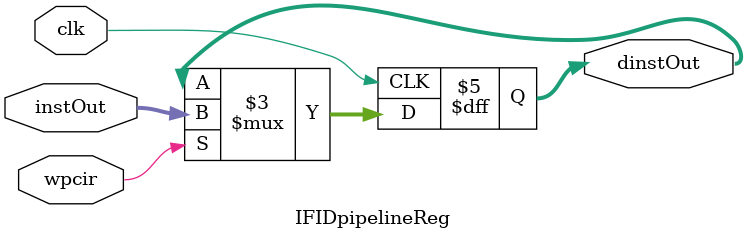
<source format=v>
`timescale 1ns / 1ps


module IFIDpipelineReg( //IFID pipeline
    input clk, //clock input needed as dinstOut only updates on the positive edge of clock.
    input [31:0] instOut, //input
    
    //final project input
    input wpcir,
    
    output reg [31:0] dinstOut //output
    );
    
    always @ (posedge clk) //always block that will only update dinstOut on the positive edge of the clock. dinstOut is to the instOut input of this module.
        begin
         if (wpcir == 1)
            dinstOut <= instOut;
        end
        
endmodule //end module

</source>
